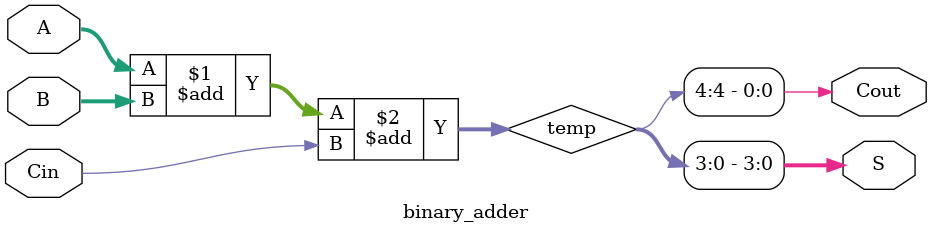
<source format=v>

module binary_adder (
  input [3:0] A,
  input [3:0] B,
  input Cin,
  output [3:0] S,
  output Cout
);

  wire [4:0] temp;
  wire carry;

  assign temp = A + B + Cin;
  assign Cout = temp[4];
  assign S = temp[3:0];

endmodule
</source>
